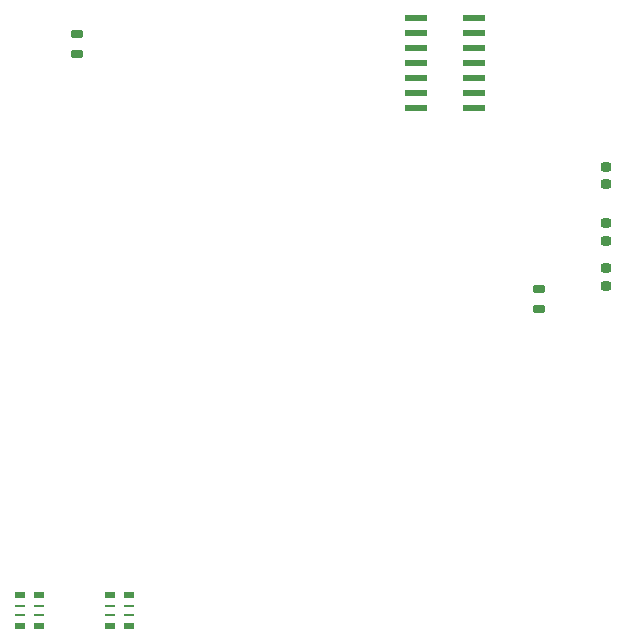
<source format=gbr>
G04 DipTrace 4.3.0.1*
G04 BottomPaste.gbr*
%MOIN*%
G04 #@! TF.FileFunction,Paste,Bot*
G04 #@! TF.Part,Single*
%AMOUTLINE8*
4,1,28,
-0.017126,-0.008336,
-0.017126,0.008336,
-0.016882,0.010192,
-0.016215,0.011803,
-0.015154,0.013185,
-0.013771,0.014246,
-0.012161,0.014913,
-0.010304,0.015157,
0.010304,0.015157,
0.012161,0.014913,
0.013771,0.014246,
0.015154,0.013185,
0.016215,0.011803,
0.016882,0.010192,
0.017126,0.008336,
0.017126,-0.008336,
0.016882,-0.010192,
0.016215,-0.011803,
0.015154,-0.013185,
0.013771,-0.014246,
0.012161,-0.014913,
0.010304,-0.015157,
-0.010304,-0.015157,
-0.012161,-0.014913,
-0.013771,-0.014246,
-0.015154,-0.013185,
-0.016215,-0.011803,
-0.016882,-0.010192,
-0.017126,-0.008336,
0*%
%AMOUTLINE11*
4,1,28,
0.017126,0.008336,
0.017126,-0.008336,
0.016882,-0.010192,
0.016215,-0.011803,
0.015154,-0.013185,
0.013771,-0.014246,
0.012161,-0.014913,
0.010304,-0.015157,
-0.010304,-0.015157,
-0.012161,-0.014913,
-0.013771,-0.014246,
-0.015154,-0.013185,
-0.016215,-0.011803,
-0.016882,-0.010192,
-0.017126,-0.008336,
-0.017126,0.008336,
-0.016882,0.010192,
-0.016215,0.011803,
-0.015154,0.013185,
-0.013771,0.014246,
-0.012161,0.014913,
-0.010304,0.015157,
0.010304,0.015157,
0.012161,0.014913,
0.013771,0.014246,
0.015154,0.013185,
0.016215,0.011803,
0.016882,0.010192,
0.017126,0.008336,
0*%
%AMOUTLINE14*
4,1,28,
0.019094,0.008336,
0.019094,-0.008336,
0.018863,-0.010091,
0.018236,-0.011606,
0.017237,-0.012907,
0.015936,-0.013905,
0.014421,-0.014533,
0.012666,-0.014764,
-0.012666,-0.014764,
-0.014421,-0.014533,
-0.015936,-0.013905,
-0.017237,-0.012907,
-0.018236,-0.011606,
-0.018863,-0.010091,
-0.019094,-0.008336,
-0.019094,0.008336,
-0.018863,0.010091,
-0.018236,0.011606,
-0.017237,0.012907,
-0.015936,0.013905,
-0.014421,0.014533,
-0.012666,0.014764,
0.012666,0.014764,
0.014421,0.014533,
0.015936,0.013905,
0.017237,0.012907,
0.018236,0.011606,
0.018863,0.010091,
0.019094,0.008336,
0*%
%AMOUTLINE17*
4,1,28,
-0.019094,-0.008336,
-0.019094,0.008336,
-0.018863,0.010091,
-0.018236,0.011606,
-0.017237,0.012907,
-0.015936,0.013905,
-0.014421,0.014533,
-0.012666,0.014764,
0.012666,0.014764,
0.014421,0.014533,
0.015936,0.013905,
0.017237,0.012907,
0.018236,0.011606,
0.018863,0.010091,
0.019094,0.008336,
0.019094,-0.008336,
0.018863,-0.010091,
0.018236,-0.011606,
0.017237,-0.012907,
0.015936,-0.013905,
0.014421,-0.014533,
0.012666,-0.014764,
-0.012666,-0.014764,
-0.014421,-0.014533,
-0.015936,-0.013905,
-0.017237,-0.012907,
-0.018236,-0.011606,
-0.018863,-0.010091,
-0.019094,-0.008336,
0*%
%AMOUTLINE26*
4,1,28,
-0.032745,0.009843,
0.032745,0.009843,
0.033889,0.009692,
0.034834,0.0093,
0.035646,0.008677,
0.036269,0.007866,
0.03666,0.00692,
0.036811,0.005776,
0.036811,-0.005776,
0.03666,-0.00692,
0.036269,-0.007866,
0.035646,-0.008677,
0.034834,-0.0093,
0.033889,-0.009692,
0.032745,-0.009843,
-0.032745,-0.009843,
-0.033889,-0.009692,
-0.034834,-0.0093,
-0.035646,-0.008677,
-0.036269,-0.007866,
-0.03666,-0.00692,
-0.036811,-0.005776,
-0.036811,0.005776,
-0.03666,0.00692,
-0.036269,0.007866,
-0.035646,0.008677,
-0.034834,0.0093,
-0.033889,0.009692,
-0.032745,0.009843,
0*%
%ADD73R,0.035433X0.011417*%
%ADD75R,0.035433X0.019291*%
%ADD121OUTLINE8*%
%ADD124OUTLINE11*%
%ADD127OUTLINE14*%
%ADD130OUTLINE17*%
%ADD139OUTLINE26*%
%FSLAX26Y26*%
G04*
G70*
G90*
G75*
G01*
G04 BotPaste*
%LPD*%
D121*
X3193700Y2260728D3*
D124*
Y2201672D3*
D121*
Y2073228D3*
D124*
Y2014172D3*
D121*
Y1923228D3*
D124*
Y1864172D3*
D127*
X1431200Y2635432D3*
D130*
Y2701968D3*
X2968700Y1851968D3*
D127*
Y1785432D3*
D75*
X1602361Y832381D3*
X1540550D3*
D73*
X1602361Y796948D3*
X1540550D3*
X1602361Y765452D3*
X1540550D3*
D75*
X1602361Y730019D3*
X1540550D3*
X1302361Y832381D3*
X1240550D3*
D73*
X1302361Y796948D3*
X1240550D3*
X1302361Y765452D3*
X1240550D3*
D75*
X1302361Y730019D3*
X1240550D3*
D139*
X2753641Y2706200D3*
Y2756200D3*
Y2556200D3*
Y2606200D3*
X2558759Y2506200D3*
Y2556200D3*
Y2656200D3*
Y2706200D3*
Y2756200D3*
X2753641Y2656200D3*
Y2506200D3*
X2558759Y2456200D3*
Y2606200D3*
X2753641Y2456200D3*
M02*

</source>
